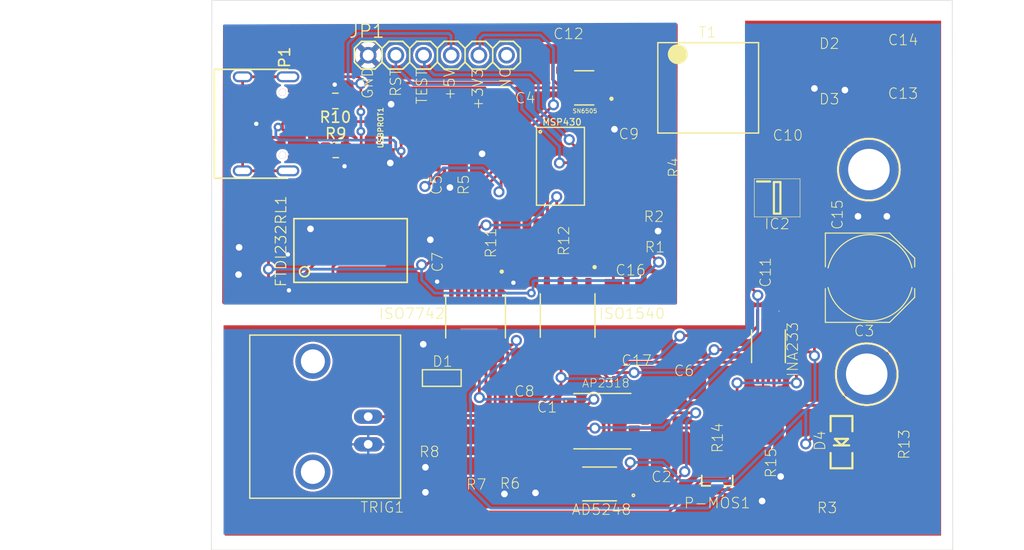
<source format=kicad_pcb>
(kicad_pcb (version 20221018) (generator pcbnew)
  (layers (0 "F.Cu" signal "Top") (31 "B.Cu" signal "Bottom") (34 "B.Paste" user) (35 "F.Paste" user) (36 "B.SilkS" user "B.Silkscreen") (37 "F.SilkS" user "F.Silkscreen") (38 "B.Mask" user) (39 "F.Mask" user) (44 "Edge.Cuts" user))
  (net 0 "")
  (net 1 "GND")
  (net 2 "GND1")
  (net 3 "NC")
  (net 4 "Net-(C16-Pad1)")
  (net 5 "Net-(ISO1540-Pad2)")
  (net 6 "Net-(ISO1540-Pad3)")
  (net 7 "Net-(AD5248-Pad9)")
  (net 8 "Net-(C11-Pad2)")
  (net 9 "Net-(AP2318-Pad1)")
  (net 10 "Net-(AP2318-Pad2)")
  (net 11 "Net-(AP2318-Pad3)")
  (net 12 "Net-(AP2318-Pad5)")
  (net 13 "Net-(AD5248-Pad1)")
  (net 14 "Net-(AD5248-Pad6)")
  (net 15 "Net-(AD5248-Pad7)")
  (net 16 "Net-(INA233-Pad3)")
  (net 17 "Net-(AD5248-Pad5)")
  (net 18 "Net-(INA233-Pad8)")
  (net 19 "Net-(C5-Pad2)")
  (net 20 "Net-(C9-Pad2)")
  (net 21 "Net-(MSP430-Pad11)")
  (net 22 "Net-(MSP430-Pad12)")
  (net 23 "Net-(MSP430-Pad10)")
  (net 24 "Net-(ISO7742-Pad5)")
  (net 25 "Net-(MSP430-Pad8)")
  (net 26 "Net-(MSP430-Pad7)")
  (net 27 "Net-(MSP430-Pad6)")
  (net 28 "Net-(MSP430-Pad2)")
  (net 29 "Net-(MSP430-Pad13)")
  (net 30 "Net-(JP1-Pad4)")
  (net 31 "Net-(MSP430-Pad18)")
  (net 32 "Net-(MSP430-Pad19)")
  (net 33 "Net-(ISO7742-Pad4)")
  (net 34 "Net-(JP1-Pad1)")
  (net 35 "Net-(D3-Pad2)")
  (net 36 "Net-(D2-Pad2)")
  (net 37 "Net-(SN6505-Pad1)")
  (net 38 "Net-(SN6505-Pad3)")
  (net 39 "Net-(SN6505-Pad6)")
  (net 40 "Net-(ISO7742-Pad14)")
  (net 41 "Net-(ISO7742-Pad3)")
  (net 42 "Net-(D1-PadC)")
  (net 43 "Net-(ISO7742-Pad11)")
  (net 44 "Net-(ISO7742-Pad6)")
  (net 45 "Net-(R8-Pad1)")
  (net 46 "Net-(D4-PadC)")
  (net 47 "Net-(IC2-Pad4)")
  (net 48 "Net-(FTDI232RL1-Pad14)")
  (net 49 "Net-(FTDI232RL1-Pad13)")
  (net 50 "Net-(FTDI232RL1-Pad12)")
  (net 51 "Net-(FTDI232RL1-Pad11)")
  (net 52 "Net-(FTDI232RL1-Pad10)")
  (net 53 "Net-(FTDI232RL1-Pad9)")
  (net 54 "Net-(FTDI232RL1-Pad6)")
  (net 55 "Net-(FTDI232RL1-Pad5)")
  (net 56 "Net-(FTDI232RL1-Pad3)")
  (net 57 "Net-(FTDI232RL1-Pad2)")
  (net 58 "Net-(FTDI232RL1-Pad1)")
  (net 59 "Net-(FTDI232RL1-Pad19)")
  (net 60 "Net-(FTDI232RL1-Pad22)")
  (net 61 "Net-(FTDI232RL1-Pad23)")
  (net 62 "Net-(FTDI232RL1-Pad27)")
  (net 63 "Net-(FTDI232RL1-Pad28)")
  (net 64 "Net-(P-MOS1-Pad3)")
  (net 65 "Net-(USBPROT1-Pad2)")
  (net 66 "/VBUS")
  (net 67 "/D+")
  (net 68 "/D-")
  (net 69 "Net-(P1-PadS1)")
  (net 70 "Net-(P1-PadA5)")
  (net 71 "Net-(P1-PadB5)")
  (footprint "Production_Rev_A:1206" (layer "F.Cu") (at 155.7161 120.4356 -90)
    (fp_text reference "C2")
    (fp_text value "2.2uF")
  )
  (footprint "Production_Rev_A:1206" (layer "F.Cu") (at 151.6011 100.2466)
    (fp_text reference "R2")
    (fp_text value "10K")
  )
  (footprint "Production_Rev_A:1206" (layer "F.Cu") (at 151.7171 102.9466)
    (fp_text reference "R1")
    (fp_text value "10K")
  )
  (footprint "Production_Rev_A:1206" (layer "F.Cu") (at 166.1181 118.3696 90)
    (fp_text reference "R15")
    (fp_text value "0.1")
  )
  (footprint "Production_Rev_A:SSOP28DB" (layer "F.Cu") (at 127.2561 102.7396)
    (fp_text reference "FTDI232RL1")
    (fp_text value "FT232RL")
  )
  (footprint "Production_Rev_A:SOIC-8" (layer "F.Cu") (at 150.2841 118.4196 -90)
    (fp_text reference "AP2318")
    (fp_text value "AP2318")
  )
  (footprint "Production_Rev_A:VSSOP-10" (layer "F.Cu") (at 165.6081 111.5376 180)
    (fp_text reference "INA233")
    (fp_text value "INA233")
  )
  (footprint "Production_Rev_A:MSOP-10" (layer "F.Cu") (at 150.1101 124.1836 90)
    (fp_text reference "AD5248")
    (fp_text value "100K")
  )
  (footprint "Production_Rev_A:1206" (layer "F.Cu") (at 145.2961 120.3556 90)
    (fp_text reference "C1")
    (fp_text value "1uF")
  )
  (footprint "Production_Rev_A:PANASONIC_F" (layer "F.Cu") (at 174.9301 105.2396)
    (fp_text reference "C3")
    (fp_text value "1000uF")
  )
  (footprint "Production_Rev_A:1206" (layer "F.Cu") (at 134.6141 93.2696 -90)
    (fp_text reference "C5")
    (fp_text value ".1uF")
  )
  (footprint "Production_Rev_A:1206" (layer "F.Cu") (at 155.1841 95.2736 90)
    (fp_text reference "R4")
    (fp_text value "47K")
  )
  (footprint "Production_Rev_A:1206" (layer "F.Cu") (at 152.3841 95.2476 90)
    (fp_text reference "C9")
    (fp_text value "1nF")
  )
  (footprint "Production_Rev_A:1206" (layer "F.Cu") (at 137.1161 93.3696 90)
    (fp_text reference "R5")
    (fp_text value "47K")
  )
  (footprint "Production_Rev_A:PW20" (layer "F.Cu") (at 146.5181 95.0036 -90)
    (fp_text reference "MSP430")
    (fp_text value "MSP430")
  )
  (footprint "Production_Rev_A:1206" (layer "F.Cu") (at 144.9441 102.0036 -90)
    (fp_text reference "R12")
    (fp_text value "220")
  )
  (footprint "Production_Rev_A:1206" (layer "F.Cu") (at 167.4441 103.6936 90)
    (fp_text reference "C11")
    (fp_text value "0.1uF")
  )
  (footprint "Production_Rev_A:1X06" (layer "F.Cu") (at 135.2241 84.8016 180)
    (fp_text reference "JP1")
    (fp_text value "PINHD-1X6")
  )
  (footprint "Production_Rev_A:TOR-6P-HT4_SMT_6PIN_(1201)" (layer "F.Cu") (at 160.0781 87.7976)
    (fp_text reference "T1")
    (fp_text value "750315371")
  )
  (footprint "Production_Rev_A:SOIC127P600X175-8N" (layer "F.Cu") (at 147.1781 108.7116 -90)
    (fp_text reference "ISO1540")
    (fp_text value "ISO1540")
  )
  (footprint "Production_Rev_A:1206" (layer "F.Cu") (at 147.2001 84.6876)
    (fp_text reference "C12")
    (fp_text value "10uF")
  )
  (footprint "Production_Rev_A:SOD3716X117(SOD-123)" (layer "F.Cu") (at 171.0421 85.1576 180)
    (fp_text reference "D2")
    (fp_text value "MBR0520LT1G")
  )
  (footprint "Production_Rev_A:SOD3716X117(SOD-123)" (layer "F.Cu") (at 171.1921 90.2876 180)
    (fp_text reference "D3")
    (fp_text value "MBR0520LT1G")
  )
  (footprint "Production_Rev_A:1206" (layer "F.Cu") (at 177.9381 90.2876)
    (fp_text reference "C13")
    (fp_text value "10uF")
  )
  (footprint "Production_Rev_A:1206" (layer "F.Cu") (at 178.0381 85.3616)
    (fp_text reference "C14")
    (fp_text value "0.1uF")
  )
  (footprint "Production_Rev_A:1206" (layer "F.Cu") (at 141.7941 121.1176 -90)
    (fp_text reference "R6")
    (fp_text value "10K")
  )
  (footprint "Production_Rev_A:1206" (layer "F.Cu") (at 138.6941 121.1336 -90)
    (fp_text reference "R7")
    (fp_text value "10K")
  )
  (footprint "Production_Rev_A:1206" (layer "F.Cu") (at 141.0021 90.3956 -90)
    (fp_text reference "C4")
    (fp_text value "1uF")
  )
  (footprint "Production_Rev_A:1206" (layer "F.Cu") (at 162.8141 118.4396 -90)
    (fp_text reference "R14")
    (fp_text value "100")
  )
  (footprint "Production_Rev_A:SOT23-3" (layer "F.Cu") (at 160.9061 123.6996 180)
    (fp_text reference "P-MOS1")
    (fp_text value "P-MOSFET")
  )
  (footprint "Production_Rev_A:1206" (layer "F.Cu") (at 141.9441 102.0056 -90)
    (fp_text reference "R11")
    (fp_text value "220")
  )
  (footprint "Production_Rev_A:SOP63P599X175-16N" (layer "F.Cu") (at 138.7281 108.7796 -90)
    (fp_text reference "ISO7742")
    (fp_text value "ISO7742DBQ")
  )
  (footprint "Production_Rev_A:SOT50P160X60-5N" (layer "F.Cu") (at 131.4 91.6 -90)
    (fp_text reference "USBPROT1")
    (fp_text value "TPD2E2U06DRLR")
  )
  (footprint "Production_Rev_A:1206" (layer "F.Cu") (at 134.4801 118.1916 90)
    (fp_text reference "R8")
    (fp_text value "100")
  )
  (footprint "Production_Rev_A:1206" (layer "F.Cu") (at 157.6841 115.4896 180)
    (fp_text reference "C6")
    (fp_text value "2.2uF")
  )
  (footprint "Production_Rev_A:1206" (layer "F.Cu") (at 136.8741 102.1736 -90)
    (fp_text reference "C7")
    (fp_text value "0.1uF")
  )
  (footprint "Production_Rev_A:1206" (layer "F.Cu") (at 143.0821 114.0896)
    (fp_text reference "C8")
    (fp_text value "0.1uF")
  )
  (footprint "Production_Rev_A:LED-1206" (layer "F.Cu") (at 172.3121 120.3436 -90)
    (fp_text reference "D4")
    (fp_text value "BLUE")
  )
  (footprint "Production_Rev_A:1206" (layer "F.Cu") (at 170.8621 124.6916)
    (fp_text reference "R3")
    (fp_text value "470")
  )
  (footprint "Production_Rev_A:1206" (layer "F.Cu") (at 167.1041 94.0176)
    (fp_text reference "C10")
    (fp_text value "1uF")
  )
  (footprint "Production_Rev_A:1206" (layer "F.Cu") (at 170.2501 98.2216 -90)
    (fp_text reference "C15")
    (fp_text value "2.2uF")
  )
  (footprint "Production_Rev_A:SOT95P280X130-5N" (layer "F.Cu") (at 166.4081 97.9016)
    (fp_text reference "IC2")
    (fp_text value "MIC5225-5.0YM5-TR" hide)
  )
  (footprint "Production_Rev_A:1206" (layer "F.Cu") (at 152.7761 106.2536)
    (fp_text reference "C16")
    (fp_text value "0.1uF")
  )
  (footprint "Production_Rev_A:1206" (layer "F.Cu") (at 153.3761 111.2036)
    (fp_text reference "C17")
    (fp_text value "0.1uF")
  )
  (footprint "Production_Rev_A:BNC" (layer "F.Cu") (at 128.8761 118.0036 90)
    (fp_text reference "TRIG1")
    (fp_text value "BNCPTH")
  )
  (footprint "Production_Rev_A:BANANA_CONN" (layer "F.Cu") (at 174.6261 114.1036)
    (fp_text reference "J1" hide)
    (fp_text value "BANANA_CONN" hide)
  )
  (footprint "Production_Rev_A:BANANA_CONN" (layer "F.Cu") (at 174.8261 95.3036)
    (fp_text reference "J3" hide)
    (fp_text value "BANANA_CONN" hide)
  )
  (footprint "Production_Rev_A:SOD-123" (layer "F.Cu") (at 135.6261 114.4536 180)
    (fp_text reference "D1")
    (fp_text value "DIODESOD-123")
  )
  (footprint "Production_Rev_A:1206" (layer "F.Cu") (at 176.2261 120.5036 -90)
    (fp_text reference "R13")
    (fp_text value "100k")
  )
  (footprint "Resistor_SMD:R_0805_2012Metric" (layer "F.Cu") (at 125.9 93.5)
    (fp_text reference "R9")
    (fp_text value "5.1K")
  )
  (footprint "Production_Rev_A:C393939" (layer "F.Cu") (at 121.5 91.1 -90)
    (fp_text reference "P1")
    (fp_text value "USB_C_Plug")
  )
  (footprint "Resistor_SMD:R_0805_2012Metric" (layer "F.Cu") (at 125.8625 89 180)
    (fp_text reference "R10")
    (fp_text value "5.1K")
  )
  (footprint "Production_Rev_A:SOT95P280X145-6N" (layer "F.Cu") (at 148.7 87.8 180)
    (fp_text reference "SN6505")
    (fp_text value "SN6505")
  )
  (gr_line (start 114.4761 130.2536) (end 182.5261 130.2536) (stroke (width 0.05)) (layer "Edge.Cuts"))
  (gr_line (start 182.5261 130.2536) (end 182.4761 79.7536) (stroke (width 0.05)) (layer "Edge.Cuts"))
  (gr_line (start 182.4761 79.7536) (end 114.5261 79.7536) (stroke (width 0.05)) (layer "Edge.Cuts"))
  (gr_line (start 114.5261 79.7536) (end 114.4761 130.2536) (stroke (width 0.05)) (layer "Edge.Cuts"))
  (gr_text "GND" (at 129.3821 88.8736 90) (layer "F.SilkS") (effects (font (size 0.9652 0.9652) (thickness 0.08128)) (justify left bottom)))
  (gr_text "RST" (at 131.9721 88.6736 90) (layer "F.SilkS") (effects (font (size 0.9652 0.9652) (thickness 0.08128)) (justify left bottom)))
  (gr_text "+5V" (at 136.9 89 90) (layer "F.SilkS") (effects (font (size 0.9652 0.9652) (thickness 0.08128)) (justify left bottom)))
  (gr_text "NC" (at 142.0321 87.9736 90) (layer "F.SilkS") (effects (font (size 0.9652 0.9652) (thickness 0.08128)) (justify left bottom)))
  (gr_text "TEST" (at 134.3661 89.3776 90) (layer "F.SilkS") (effects (font (size 0.9652 0.9652) (thickness 0.08128)) (justify left bottom)))
  (gr_text "+3V3" (at 139.4921 89.9 90) (layer "F.SilkS") (effects (font (size 0.9652 0.9652) (thickness 0.08128)) (justify left bottom)))
  (segment (start 119.95 89.35) (end 119.7 89.6) (width 0.25) (layer "F.Cu") (net 0))
  (segment (start 119.7 89.6) (end 119.7 92.1) (width 0.25) (layer "F.Cu") (net 0))
  (segment (start 120.35 92.35) (end 120.95 92.35) (width 0.25) (layer "F.Cu") (net 0))
  (segment (start 120.95 92.35) (end 122.325 92.35) (width 0.25) (layer "F.Cu") (net 0))
  (segment (start 119.95 92.35) (end 120.35 92.35) (width 0.25) (layer "F.Cu") (net 0))
  (segment (start 119.7 92.1) (end 119.95 92.35) (width 0.25) (layer "F.Cu") (net 0))
  (segment (start 120.05 92.35) (end 120.35 92.35) (width 0.25) (layer "F.Cu") (net 0))
  (segment (start 122.325 89.35) (end 119.95 89.35) (width 0.25) (layer "F.Cu") (net 0))
  (segment (start 122.325 92.35) (end 121.264998 92.35) (width 0.25) (layer "F.Cu") (net 0))
  (segment (start 135.2 105.6) (end 135.2 105.6) (width 0.25) (layer "F.Cu") (net 1))
  (segment (start 142.2 105.7) (end 142.2 105.7) (width 0.25) (layer "F.Cu") (net 1))
  (segment (start 123.2 94.6) (end 123.2 95.4) (width 0.25) (layer "F.Cu") (net 1))
  (segment (start 142.2 104.8) (end 142.2 105.7) (width 0.25) (layer "F.Cu") (net 1))
  (segment (start 140.5 104.7) (end 142.1 104.7) (width 0.25) (layer "F.Cu") (net 1))
  (segment (start 122.9 94.3) (end 123.2 94.6) (width 0.25) (layer "F.Cu") (net 1))
  (segment (start 124.3311 99.9986) (end 123.5761 100.7536) (width 0.25) (layer "F.Cu") (net 1))
  (segment (start 136.5056 106.1496) (end 135.7496 106.1496) (width 0.25) (layer "F.Cu") (net 1))
  (segment (start 122.325 94.3) (end 122.9 94.3) (width 0.25) (layer "F.Cu") (net 1))
  (segment (start 122.7 87.9) (end 123.2 87.4) (width 0.25) (layer "F.Cu") (net 1))
  (segment (start 142.1 104.7) (end 142.2 104.8) (width 0.25) (layer "F.Cu") (net 1))
  (segment (start 123.2 87.4) (end 123.2 86.6) (width 0.25) (layer "F.Cu") (net 1))
  (segment (start 140.3156 106.1496) (end 140.3156 104.8844) (width 0.25) (layer "F.Cu") (net 1))
  (segment (start 124.3311 99.0836) (end 124.3311 99.9986) (width 0.25) (layer "F.Cu") (net 1))
  (segment (start 140.3156 104.8844) (end 140.5 104.7) (width 0.25) (layer "F.Cu") (net 1))
  (segment (start 135.7496 106.1496) (end 135.2 105.6) (width 0.25) (layer "F.Cu") (net 1))
  (segment (start 122.325 87.9) (end 122.7 87.9) (width 0.25) (layer "F.Cu") (net 1))
  (segment (start 124.9811 99.0836) (end 124.3311 99.0836) (width 0.25) (layer "F.Cu") (net 1))
  (segment (start 126.474999 92.874999) (end 126.6 93) (width 0.25) (layer "F.Cu") (net 1))
  (via (at 130.9 94.7) (size 1.016) (drill 0.6096) (layers "F.Cu" "B.Cu") (net 1))
  (via (at 130.9761 89.3036) (size 1.016) (drill 0.6096) (layers "F.Cu" "B.Cu") (net 1))
  (via (at 151.4761 91.6036) (size 1.016) (drill 0.6096) (layers "F.Cu" "B.Cu") (net 1))
  (via (at 123.5761 100.7536) (size 1.016) (drill 0.6096) (layers "F.Cu" "B.Cu") (net 1))
  (via (at 134.5761 101.7536) (size 1.016) (drill 0.6096) (layers "F.Cu" "B.Cu") (net 1))
  (via (at 139.3261 93.8536) (size 1.016) (drill 0.6096) (layers "F.Cu" "B.Cu") (net 1))
  (via (at 136.3761 96.9536) (size 1.016) (drill 0.6096) (layers "F.Cu" "B.Cu") (net 1))
  (via (at 155.4761 100.9536) (size 1.016) (drill 0.6096) (layers "F.Cu" "B.Cu") (net 1))
  (via (at 117.0261 102.4536) (size 1.016) (drill 0.6096) (layers "F.Cu" "B.Cu") (net 1))
  (via (at 116.9761 104.9536) (size 1.016) (drill 0.6096) (layers "F.Cu" "B.Cu") (net 1))
  (via (at 125.8 87.5) (size 0.8) (drill 0.4) (layers "F.Cu" "B.Cu") (net 1))
  (via (at 118.6 91.1) (size 0.8) (drill 0.4) (layers "F.Cu" "B.Cu") (net 1))
  (via (at 126.7 95) (size 0.8) (drill 0.4) (layers "F.Cu" "B.Cu") (net 1))
  (via (at 121.6 106.4) (size 0.8) (drill 0.4) (layers "F.Cu" "B.Cu") (net 1))
  (via (at 121.5 103.1) (size 0.8) (drill 0.4) (layers "F.Cu" "B.Cu") (net 1))
  (via (at 142.2 105.7) (size 0.8) (drill 0.4) (layers "F.Cu" "B.Cu") (net 1))
  (via (at 135.2 105.6) (size 0.8) (drill 0.4) (layers "F.Cu" "B.Cu") (net 1))
  (segment (start 123.5761 100.7536) (end 123.6136 100.7536) (width 0.25) (layer "B.Cu") (net 1))
  (via (at 133.9261 111.3536) (size 1.016) (drill 0.6096) (layers "F.Cu" "B.Cu") (net 2))
  (via (at 141.3761 125.1036) (size 1.016) (drill 0.6096) (layers "F.Cu" "B.Cu") (net 2))
  (via (at 144.2261 125.0036) (size 1.016) (drill 0.6096) (layers "F.Cu" "B.Cu") (net 2))
  (via (at 169.8261 87.8536) (size 1.016) (drill 0.6096) (layers "F.Cu" "B.Cu") (net 2))
  (via (at 172.6261 88.0036) (size 1.016) (drill 0.6096) (layers "F.Cu" "B.Cu") (net 2))
  (via (at 134.1261 122.6536) (size 1.016) (drill 0.6096) (layers "F.Cu" "B.Cu") (net 2))
  (via (at 134.1261 124.9536) (size 1.016) (drill 0.6096) (layers "F.Cu" "B.Cu") (net 2))
  (via (at 165.0261 125.7536) (size 1.016) (drill 0.6096) (layers "F.Cu" "B.Cu") (net 2))
  (via (at 166.7261 123.5036) (size 1.016) (drill 0.6096) (layers "F.Cu" "B.Cu") (net 2))
  (via (at 176.4761 99.6036) (size 1.016) (drill 0.6096) (layers "F.Cu" "B.Cu") (net 2))
  (via (at 173.8261 99.6036) (size 1.016) (drill 0.6096) (layers "F.Cu" "B.Cu") (net 2))
  (segment (start 140.9761 106.1751) (end 140.9506 106.1496) (width 0.254) (layer "F.Cu") (net 4))
  (segment (start 149.0831 106.2366) (end 149.0831 107.3466) (width 0.254) (layer "F.Cu") (net 4))
  (segment (start 143.618 92.0787) (end 143.618 91.6117) (width 0.254) (layer "F.Cu") (net 4))
  (segment (start 143.618 91.6117) (end 145.8761 89.3536) (width 0.254) (layer "F.Cu") (net 4))
  (segment (start 137.1161 91.9696) (end 137.1161 90.4936) (width 0.254) (layer "F.Cu") (net 4))
  (segment (start 137.1161 90.4936) (end 136.2261 89.6036) (width 0.254) (layer "F.Cu") (net 4))
  (segment (start 136.2261 89.6036) (end 134.1761 89.6036) (width 0.254) (layer "F.Cu") (net 4))
  (segment (start 134.1761 89.6036) (end 132.7761 91.0036) (width 0.254) (layer "F.Cu") (net 4))
  (segment (start 120.9761 102.1536) (end 129.3261 102.1536) (width 0.254) (layer "F.Cu") (net 4))
  (segment (start 120.9761 102.1536) (end 119.7261 103.4036) (width 0.254) (layer "F.Cu") (net 4))
  (segment (start 151.3591 106.2366) (end 151.3761 106.2536) (width 0.254) (layer "F.Cu") (net 4))
  (segment (start 151.3761 106.2536) (end 151.3761 105.9036) (width 0.254) (layer "F.Cu") (net 4))
  (segment (start 153.0011 100.2466) (end 155.1841 98.0636) (width 0.254) (layer "F.Cu") (net 4))
  (segment (start 155.1841 98.0636) (end 155.1841 96.6736) (width 0.254) (layer "F.Cu") (net 4))
  (segment (start 137.1161 91.9696) (end 140.8281 91.9696) (width 0.254) (layer "F.Cu") (net 4))
  (segment (start 140.8281 91.9696) (end 141.0021 91.7956) (width 0.254) (layer "F.Cu") (net 4))
  (segment (start 141.0021 91.7956) (end 142.3181 91.7956) (width 0.254) (layer "F.Cu") (net 4))
  (segment (start 142.6012 92.0787) (end 143.618 92.0787) (width 0.254) (layer "F.Cu") (net 4))
  (segment (start 142.3181 91.7956) (end 142.6012 92.0787) (width 0.254) (layer "F.Cu") (net 4))
  (segment (start 134.2261 104.0536) (end 134.7061 103.5736) (width 0.254) (layer "F.Cu") (net 4))
  (segment (start 155.5261 103.8036) (end 154.6691 102.9466) (width 0.254) (layer "F.Cu") (net 4))
  (segment (start 154.6691 102.9466) (end 153.1171 102.9466) (width 0.254) (layer "F.Cu") (net 4))
  (segment (start 153.1171 102.9466) (end 153.1171 100.3626) (width 0.254) (layer "F.Cu") (net 4))
  (segment (start 153.1171 100.3626) (end 153.0011 100.2466) (width 0.254) (layer "F.Cu") (net 4))
  (segment (start 153.1171 102.9466) (end 151.3761 104.6876) (width 0.254) (layer "F.Cu") (net 4))
  (segment (start 151.3761 104.6876) (end 151.3761 106.2536) (width 0.254) (layer "F.Cu") (net 4))
  (segment (start 149.0831 106.2366) (end 151.3591 106.2366) (width 0.254) (layer "F.Cu") (net 4))
  (segment (start 134.2261 104.0536) (end 133.7761 104.0536) (width 0.254) (layer "F.Cu") (net 4))
  (segment (start 133.7011 103.9786) (end 133.7761 104.0536) (width 0.254) (layer "F.Cu") (net 4))
  (segment (start 134.7061 103.5736) (end 136.8741 103.5736) (width 0.254) (layer "F.Cu") (net 4))
  (segment (start 119.7261 103.4036) (end 119.7261 104.4536) (width 0.254) (layer "F.Cu") (net 4))
  (segment (start 137.1406 106.1496) (end 137.1406 103.8401) (width 0.254) (layer "F.Cu") (net 4))
  (segment (start 137.1406 103.8401) (end 136.8741 103.5736) (width 0.254) (layer "F.Cu") (net 4))
  (segment (start 132.7761 99.6036) (end 131.6761 100.7036) (width 0.254) (layer "F.Cu") (net 4))
  (segment (start 130.7761 100.7036) (end 130.3761 100.7036) (width 0.254) (layer "F.Cu") (net 4))
  (segment (start 130.3761 100.7036) (end 130.1761 100.5036) (width 0.254) (layer "F.Cu") (net 4))
  (segment (start 130.1761 100.5036) (end 130.1761 99.0886) (width 0.254) (layer "F.Cu") (net 4))
  (segment (start 130.1761 99.0886) (end 130.1811 99.0836) (width 0.254) (layer "F.Cu") (net 4))
  (segment (start 132.7761 91.0036) (end 132.7761 99.6036) (width 0.254) (layer "F.Cu") (net 4))
  (segment (start 129.3261 102.1536) (end 130.7761 100.7036) (width 0.254) (layer "F.Cu") (net 4))
  (segment (start 130.7761 100.7036) (end 131.6761 100.7036) (width 0.254) (layer "F.Cu") (net 4))
  (segment (start 124.9811 106.3956) (end 124.9811 107.2486) (width 0.254) (layer "F.Cu") (net 4))
  (segment (start 124.9811 107.2486) (end 124.7261 107.5036) (width 0.254) (layer "F.Cu") (net 4))
  (segment (start 124.7261 107.5036) (end 120.4261 107.5036) (width 0.254) (layer "F.Cu") (net 4))
  (segment (start 120.4261 107.5036) (end 119.7261 106.8036) (width 0.254) (layer "F.Cu") (net 4))
  (segment (start 119.7261 106.8036) (end 119.7261 104.4536) (width 0.254) (layer "F.Cu") (net 4))
  (segment (start 143.85 106.65) (end 141.451 106.65) (width 0.25) (layer "F.Cu") (net 4))
  (segment (start 141.451 106.65) (end 140.9506 106.1496) (width 0.25) (layer "F.Cu") (net 4))
  (via (at 145.8761 89.3536) (size 1.016) (drill 0.6096) (layers "F.Cu" "B.Cu") (net 4))
  (via (at 133.7761 104.0536) (size 1.016) (drill 0.6096) (layers "F.Cu" "B.Cu") (net 4))
  (via (at 155.5261 103.8036) (size 1.016) (drill 0.6096) (layers "F.Cu" "B.Cu") (net 4))
  (via (at 119.7261 104.4536) (size 1.016) (drill 0.6096) (layers "F.Cu" "B.Cu") (net 4))
  (via (at 143.85 106.65) (size 0.8) (drill 0.4) (layers "F.Cu" "B.Cu") (net 4))
  (segment (start 143.85 106.65) (end 144 106.5) (width 0.25) (layer "B.Cu") (net 4))
  (segment (start 145.8761 89.3536) (end 145.8761 84.1536) (width 0.254) (layer "B.Cu") (net 4))
  (segment (start 145.8761 84.1536) (end 144.6761 82.9536) (width 0.254) (layer "B.Cu") (net 4))
  (segment (start 144.6761 82.9536) (end 139.4261 82.9536) (width 0.254) (layer "B.Cu") (net 4))
  (segment (start 139.4261 82.9536) (end 139.1261 83.2536) (width 0.254) (layer "B.Cu") (net 4))
  (segment (start 139.1261 83.2536) (end 139.1261 84.7096) (width 0.254) (layer "B.Cu") (net 4))
  (segment (start 139.1261 84.7096) (end 139.0341 84.8016) (width 0.254) (layer "B.Cu") (net 4))
  (segment (start 134.9761 106.6536) (end 142.0261 106.6536) (width 0.254) (layer "B.Cu") (net 4))
  (segment (start 153.8261 105.5036) (end 155.5261 103.8036) (width 0.254) (layer "B.Cu") (net 4))
  (segment (start 133.6761 103.9536) (end 133.7761 104.0536) (width 0.254) (layer "B.Cu") (net 4))
  (segment (start 133.7761 105.4536) (end 134.9761 106.6536) (width 0.254) (layer "B.Cu") (net 4))
  (segment (start 133.7761 104.0536) (end 133.7761 105.4536) (width 0.254) (layer "B.Cu") (net 4))
  (segment (start 119.7261 104.4536) (end 133.3761 104.4536) (width 0.254) (layer "B.Cu") (net 4))
  (segment (start 133.3761 104.4536) (end 133.7761 104.0536) (width 0.254) (layer "B.Cu") (net 4))
  (segment (start 144 105.6072) (end 144.1036 105.5036) (width 0.25) (layer "B.Cu") (net 4))
  (segment (start 143.8464 106.6536) (end 143.85 106.65) (width 0.25) (layer "B.Cu") (net 4))
  (segment (start 142.0261 106.6536) (end 143.8464 106.6536) (width 0.25) (layer "B.Cu") (net 4))
  (segment (start 144 106.5) (end 144 105.6072) (width 0.25) (layer "B.Cu") (net 4))
  (segment (start 144.1036 105.5036) (end 153.8261 105.5036) (width 0.254) (layer "B.Cu") (net 4))
  (segment (start 147.8131 106.2366) (end 147.8131 103.5666) (width 0.254) (layer "F.Cu") (net 5))
  (segment (start 148.4331 102.9466) (end 150.3171 102.9466) (width 0.254) (layer "F.Cu") (net 5))
  (segment (start 147.8131 103.5666) (end 148.4331 102.9466) (width 0.254) (layer "F.Cu") (net 5))
  (segment (start 150.3171 102.9466) (end 150.6331 102.9466) (width 0.254) (layer "F.Cu") (net 5))
  (segment (start 150.6331 102.9466) (end 151.6761 101.9036) (width 0.254) (layer "F.Cu") (net 5))
  (segment (start 151.6761 101.9036) (end 151.6261 101.8536) (width 0.254) (layer "F.Cu") (net 5))
  (segment (start 151.6261 101.8536) (end 151.6261 98.8536) (width 0.254) (layer "F.Cu") (net 5))
  (segment (start 151.6261 98.8536) (end 150.7761 98.0036) (width 0.254) (layer "F.Cu") (net 5))
  (segment (start 150.4511 95.3286) (end 149.4181 95.3286) (width 0.254) (layer "F.Cu") (net 5))
  (segment (start 150.7761 98.0036) (end 150.7761 95.6536) (width 0.254) (layer "F.Cu") (net 5))
  (segment (start 150.7761 95.6536) (end 150.4511 95.3286) (width 0.254) (layer "F.Cu") (net 5))
  (segment (start 146.5431 106.2366) (end 146.5431 104.1366) (width 0.254) (layer "F.Cu") (net 6))
  (segment (start 147.9261 102.7536) (end 147.9261 100.8036) (width 0.254) (layer "F.Cu") (net 6))
  (segment (start 147.9261 100.8036) (end 148.4761 100.2536) (width 0.254) (layer "F.Cu") (net 6))
  (segment (start 150.1941 100.2536) (end 150.2011 100.2466) (width 0.254) (layer "F.Cu") (net 6))
  (segment (start 146.5431 104.1366) (end 147.9261 102.7536) (width 0.254) (layer "F.Cu") (net 6))
  (segment (start 148.4761 100.2536) (end 150.1941 100.2536) (width 0.254) (layer "F.Cu") (net 6))
  (segment (start 149.4181 95.9786) (end 148.5511 95.9786) (width 0.254) (layer "F.Cu") (net 6))
  (segment (start 148.5511 95.9786) (end 147.9261 96.6036) (width 0.254) (layer "F.Cu") (net 6))
  (segment (start 147.9261 96.6036) (end 147.9261 100.8036) (width 0.254) (layer "F.Cu") (net 6))
  (segment (start 153.2841 119.0696) (end 155.6821 119.0696) (width 0.254) (layer "F.Cu") (net 7))
  (segment (start 155.6821 119.0696) (end 155.7161 119.0356) (width 0.254) (layer "F.Cu") (net 7))
  (segment (start 158.3941 119.0356) (end 159.8441 119.0356) (width 0.254) (layer "F.Cu") (net 7))
  (segment (start 161.4761 116.9536) (end 162.7281 116.9536) (width 0.254) (layer "F.Cu") (net 7))
  (segment (start 162.7281 116.9536) (end 162.8141 117.0396) (width 0.254) (layer "F.Cu") (net 7))
  (segment (start 159.0841 115.4896) (end 160.5481 116.9536) (width 0.254) (layer "F.Cu") (net 7))
  (segment (start 160.6481 116.9536) (end 160.8261 116.9536) (width 0.254) (layer "F.Cu") (net 7))
  (segment (start 162.8141 117.0396) (end 162.7261 116.9516) (width 0.254) (layer "F.Cu") (net 7))
  (segment (start 162.7261 116.9516) (end 162.7261 114.9036) (width 0.254) (layer "F.Cu") (net 7))
  (segment (start 168.1761 114.9036) (end 168.1761 114.2036) (width 0.254) (layer "F.Cu") (net 7))
  (segment (start 168.1761 114.2036) (end 167.7761 113.8036) (width 0.254) (layer "F.Cu") (net 7))
  (segment (start 167.7761 113.8036) (end 166.7961 113.8036) (width 0.254) (layer "F.Cu") (net 7))
  (segment (start 166.7961 113.8036) (end 166.6081 113.9916) (width 0.254) (layer "F.Cu") (net 7))
  (segment (start 153.2841 119.0696) (end 150.3261 122.0276) (width 0.254) (layer "F.Cu") (net 7))
  (segment (start 150.3261 122.0276) (end 150.3261 124.4036) (width 0.254) (layer "F.Cu") (net 7))
  (segment (start 150.3261 124.4036) (end 150.0461 124.6836) (width 0.254) (layer "F.Cu") (net 7))
  (segment (start 150.0461 124.6836) (end 147.6561 124.6836) (width 0.254) (layer "F.Cu") (net 7))
  (segment (start 160.8261 116.9536) (end 161.4761 116.9536) (width 0.254) (layer "F.Cu") (net 7))
  (segment (start 159.8441 119.0356) (end 160.6481 118.2316) (width 0.254) (layer "F.Cu") (net 7))
  (segment (start 160.6481 118.2316) (end 160.6481 116.9536) (width 0.254) (layer "F.Cu") (net 7))
  (segment (start 158.3941 119.0356) (end 159.9561 120.5976) (width 0.254) (layer "F.Cu") (net 7))
  (segment (start 159.9561 120.5976) (end 159.9561 122.6996) (width 0.254) (layer "F.Cu") (net 7))
  (segment (start 155.7161 119.0356) (end 158.3941 119.0356) (width 0.254) (layer "F.Cu") (net 7))
  (segment (start 160.5481 116.9536) (end 160.6481 116.9536) (width 0.254) (layer "F.Cu") (net 7))
  (via (at 162.7261 114.9036) (size 1.016) (drill 0.6096) (layers "F.Cu" "B.Cu") (net 7))
  (via (at 168.1761 114.9036) (size 1.016) (drill 0.6096) (layers "F.Cu" "B.Cu") (net 7))
  (segment (start 162.7261 114.9036) (end 168.0761 114.9036) (width 0.254) (layer "B.Cu") (net 7))
  (segment (start 168.0761 114.9036) (end 168.1761 114.8036) (width 0.254) (layer "B.Cu") (net 7))
  (segment (start 168.1761 114.8036) (end 168.1761 114.9036) (width 0.254) (layer "B.Cu") (net 7))
  (segment (start 166.1181 116.9696) (end 166.1181 115.1116) (width 0.254) (layer "F.Cu") (net 8))
  (segment (start 166.1181 115.1116) (end 166.1329 115.0968) (width 0.254) (layer "F.Cu") (net 8))
  (segment (start 166.1329 115.0968) (end 166.1329 115.0536) (width 0.254) (layer "F.Cu") (net 8))
  (segment (start 166.1329 115.0536) (end 166.1081 115.0288) (width 0.254) (layer "F.Cu") (net 8))
  (segment (start 166.1081 115.0288) (end 166.1081 113.9916) (width 0.254) (layer "F.Cu") (net 8))
  (segment (start 167.4441 102.2936) (end 176.2661 102.2936) (width 0.254) (layer "F.Cu") (net 8))
  (segment (start 178.4801 104.5076) (end 178.4801 105.2396) (width 0.254) (layer "F.Cu") (net 8))
  (segment (start 176.2661 102.2936) (end 178.4801 104.5076) (width 0.254) (layer "F.Cu") (net 8))
  (segment (start 178.4801 105.2396) (end 178.4801 110.0536) (width 0.254) (layer "F.Cu") (net 8))
  (segment (start 178.4801 110.0536) (end 178.4801 110.2496) (width 0.254) (layer "F.Cu") (net 8))
  (segment (start 178.4801 110.2496) (end 174.6261 114.1036) (width 0.254) (layer "F.Cu") (net 8))
  (segment (start 166.1181 116.9696) (end 171.7601 116.9696) (width 0.254) (layer "F.Cu") (net 8))
  (segment (start 171.7601 116.9696) (end 174.6261 114.1036) (width 0.254) (layer "F.Cu") (net 8))
  (segment (start 176.2261 119.1036) (end 178.4801 116.8496) (width 0.254) (layer "F.Cu") (net 8))
  (segment (start 178.4801 116.8496) (end 178.4801 110.0536) (width 0.254) (layer "F.Cu") (net 8))
  (segment (start 147.2841 117.7696) (end 148.1601 117.7696) (width 0.254) (layer "F.Cu") (net 10))
  (segment (start 148.1601 117.7696) (end 149.5261 116.4036) (width 0.254) (layer "F.Cu") (net 10))
  (segment (start 149.5761 116.4036) (end 149.5261 116.4036) (width 0.254) (layer "F.Cu") (net 10))
  (segment (start 139.0761 116.2536) (end 139.0761 111.4401) (width 0.254) (layer "F.Cu") (net 10))
  (segment (start 139.0761 111.4401) (end 139.0456 111.4096) (width 0.254) (layer "F.Cu") (net 10))
  (via (at 149.5761 116.4036) (size 1.016) (drill 0.6096) (layers "F.Cu" "B.Cu") (net 10))
  (via (at 139.0761 116.2536) (size 1.016) (drill 0.6096) (layers "F.Cu" "B.Cu") (net 10))
  (segment (start 149.5761 116.4036) (end 139.2261 116.4036) (width 0.254) (layer "B.Cu") (net 10))
  (segment (start 139.2261 116.4036) (end 139.0761 116.2536) (width 0.254) (layer "B.Cu") (net 10))
  (segment (start 147.3181 119.1036) (end 147.2841 119.0696) (width 0.254) (layer "F.Cu") (net 11))
  (segment (start 147.2841 120.2696) (end 147.2841 119.1376) (width 0.254) (layer "F.Cu") (net 11))
  (segment (start 147.2841 119.1376) (end 147.3181 119.1036) (width 0.254) (layer "F.Cu") (net 11))
  (segment (start 147.2841 119.0696) (end 145.4101 119.0696) (width 0.254) (layer "F.Cu") (net 11))
  (segment (start 145.4101 119.0696) (end 145.2961 118.9556) (width 0.254) (layer "F.Cu") (net 11))
  (segment (start 172.9421 85.2084) (end 176.4849 85.2084) (width 0.254) (layer "F.Cu") (net 11))
  (segment (start 176.4849 85.2084) (end 176.6381 85.3616) (width 0.254) (layer "F.Cu") (net 11))
  (segment (start 173.0921 90.3384) (end 176.4873 90.3384) (width 0.254) (layer "F.Cu") (net 11))
  (segment (start 176.4873 90.3384) (end 176.5381 90.2876) (width 0.254) (layer "F.Cu") (net 11))
  (segment (start 176.6381 85.3616) (end 176.6381 90.1876) (width 0.254) (layer "F.Cu") (net 11))
  (segment (start 176.6381 90.1876) (end 176.5381 90.2876) (width 0.254) (layer "F.Cu") (net 11))
  (segment (start 165.1931 98.8866) (end 165.1581 98.8516) (width 0.254) (layer "F.Cu") (net 11))
  (segment (start 164.6261 106.7536) (end 164.1761 106.3036) (width 0.254) (layer "F.Cu") (net 11))
  (segment (start 165.7041 94.0176) (end 165.7261 93.9956) (width 0.254) (layer "F.Cu") (net 11))
  (segment (start 165.7261 93.9956) (end 165.7261 92.7036) (width 0.254) (layer "F.Cu") (net 11))
  (segment (start 165.7261 92.7036) (end 166.4261 92.0036) (width 0.254) (layer "F.Cu") (net 11))
  (segment (start 172.5261 92.0036) (end 173.2761 91.2536) (width 0.254) (layer "F.Cu") (net 11))
  (segment (start 173.2761 91.2536) (end 173.0921 91.0696) (width 0.254) (layer "F.Cu") (net 11))
  (segment (start 173.0921 91.0696) (end 173.0921 90.3384) (width 0.254) (layer "F.Cu") (net 11))
  (segment (start 166.4261 92.0036) (end 172.5261 92.0036) (width 0.254) (layer "F.Cu") (net 11))
  (segment (start 147.2841 119.0696) (end 149.6601 119.0696) (width 0.254) (layer "F.Cu") (net 11))
  (segment (start 149.6601 119.0696) (end 149.6761 119.0536) (width 0.254) (layer "F.Cu") (net 11))
  (segment (start 164.6261 106.8536) (end 164.6261 106.7536) (width 0.254) (layer "F.Cu") (net 11))
  (segment (start 165.1581 96.9516) (end 165.1581 96.2216) (width 0.254) (layer "F.Cu") (net 11))
  (segment (start 165.7041 95.6756) (end 165.7041 94.0176) (width 0.254) (layer "F.Cu") (net 11))
  (segment (start 165.1581 96.2216) (end 165.7041 95.6756) (width 0.254) (layer "F.Cu") (net 11))
  (segment (start 164.1761 99.9036) (end 165.1931 98.8866) (width 0.254) (layer "F.Cu") (net 11))
  (segment (start 164.1761 106.3036) (end 164.1761 99.9036) (width 0.254) (layer "F.Cu") (net 11))
  (segment (start 164.1761 99.9036) (end 164.1761 97.2036) (width 0.254) (layer "F.Cu") (net 11))
  (segment (start 164.4281 96.9516) (end 165.1581 96.9516) (width 0.254) (layer "F.Cu") (net 11))
  (segment (start 164.1761 97.2036) (end 164.4281 96.9516) (width 0.254) (layer "F.Cu") (net 11))
  (via (at 164.6261 106.8536) (size 1.016) (drill 0.6096) (layers "F.Cu" "B.Cu") (net 11))
  (via (at 149.6761 119.0536) (size 1.016) (drill 0.6096) (layers "F.Cu" "B.Cu") (net 11))
  (segment (start 164.6261 106.8536) (end 164.6261 110.3036) (width 0.254) (layer "B.Cu") (net 11))
  (segment (start 164.6261 110.3036) (end 155.9261 119.0036) (width 0.254) (layer "B.Cu") (net 11))
  (segment (start 155.9261 119.0036) (end 149.6761 119.0036) (width 0.254) (layer "B.Cu") (net 11))
  (segment (start 149.6761 119.0036) (end 149.6261 119.0536) (width 0.254) (layer "B.Cu") (net 11))
  (segment (start 149.6261 119.0536) (end 149.6761 119.0536) (width 0.254) (layer "B.Cu") (net 11))
  (segment (start 152.4371 125.1836) (end 153.7461 125.1836) (width 0.254) (layer "F.Cu") (net 13))
  (segment (start 154.2761 124.6536) (end 153.7461 125.1836) (width 0.254) (layer "F.Cu") (net 13))
  (segment (start 152.4371 124.1836) (end 153.8061 124.1836) (width 0.254) (layer "F.Cu") (net 13))
  (segment (start 153.8061 124.1836) (end 154.2761 124.6536) (width 0.254) (layer "F.Cu") (net 13))
  (segment (start 153.2841 117.7696) (end 153.4001 117.6536) (width 0.254) (layer "F.Cu") (net 13))
  (segment (start 157.9261 123.0536) (end 156.3261 124.6536) (width 0.254) (layer "F.Cu") (net 13))
  (segment (start 156.3261 124.6536) (end 154.2761 124.6536) (width 0.254) (layer "F.Cu") (net 13))
  (segment (start 153.4001 117.6536) (end 158.9261 117.6536) (width 0.254) (layer "F.Cu") (net 13))
  (via (at 158.9261 117.6536) (size 1.016) (drill 0.6096) (layers "F.Cu" "B.Cu") (net 13))
  (via (at 157.9261 123.0536) (size 1.016) (drill 0.6096) (layers "F.Cu" "B.Cu") (net 13))
  (segment (start 158.9261 117.6536) (end 158.0761 118.5036) (width 0.254) (layer "B.Cu") (net 13))
  (segment (start 158.0761 118.5036) (end 158.0761 122.9536) (width 0.254) (layer "B.Cu") (net 13))
  (segment (start 158.0761 122.9536) (end 157.9761 123.0536) (width 0.254) (layer "B.Cu") (net 13))
  (segment (start 157.9761 123.0536) (end 157.9261 123.0536) (width 0.254) (layer "B.Cu") (net 13))
  (segment (start 164.6081 109.6836) (end 163.7381 110.5536) (width 0.254) (layer "F.Cu") (net 14))
  (segment (start 163.7381 110.5536) (end 157.5261 110.5536) (width 0.254) (layer "F.Cu") (net 14))
  (segment (start 157.4761 110.6036) (end 157.4261 110.6036) (width 0.254) (layer "F.Cu") (net 14))
  (segment (start 157.4261 110.6036) (end 157.4761 110.6036) (width 0.254) (layer "F.Cu") (net 14))
  (segment (start 146.5761 114.4036) (end 146.5761 111.2196) (width 0.254) (layer "F.Cu") (net 14))
  (segment (start 146.5761 111.2196) (end 146.5431 111.1866) (width 0.254) (layer "F.Cu") (net 14))
  (segment (start 141.7941 122.5176) (end 142.4601 123.1836) (width 0.254) (layer "F.Cu") (net 14))
  (segment (start 142.4601 123.1836) (end 147.6561 123.1836) (width 0.254) (layer "F.Cu") (net 14))
  (segment (start 141.7941 122.5176) (end 143.6261 120.6856) (width 0.254) (layer "F.Cu") (net 14))
  (segment (start 143.6261 120.6856) (end 143.6261 118.0036) (width 0.254) (layer "F.Cu") (net 14))
  (segment (start 146.5761 115.0536) (end 146.5761 114.4036) (width 0.254) (layer "F.Cu") (net 14))
  (segment (start 143.6261 118.0036) (end 146.5761 115.0536) (width 0.254) (layer "F.Cu") (net 14))
  (segment (start 164.6081 109.0836) (end 164.6081 109.6836) (width 0.254) (layer "F.Cu") (net 14))
  (segment (start 157.5261 110.5536) (end 157.4761 110.6036) (width 0.254) (layer "F.Cu") (net 14))
  (via (at 157.4761 110.6036) (size 1.016) (drill 0.6096) (layers "F.Cu" "B.Cu") (net 14))
  (via (at 146.5761 114.4036) (size 1.016) (drill 0.6096) (layers "F.Cu" "B.Cu") (net 14))
  (segment (start 151.5407 114.5036) (end 146.5261 114.5036) (width 0.254) (layer "B.Cu") (net 14))
  (segment (start 152.9289 113.1154) (end 151.5407 114.5036) (width 0.254) (layer "B.Cu") (net 14))
  (segment (start 157.4761 110.6036) (end 154.9643 113.1154) (width 0.254) (layer "B.Cu") (net 14))
  (segment (start 154.9643 113.1154) (end 152.9289 113.1154) (width 0.254) (layer "B.Cu") (net 14))
  (segment (start 146.5261 114.5036) (end 146.5261 114.4536) (width 0.254) (layer "B.Cu") (net 14))
  (segment (start 146.5261 114.4536) (end 146.5761 114.4036) (width 0.254) (layer "B.Cu") (net 14))
  (segment (start 149.9261 113.4876) (end 148.3601 113.4876) (width 0.254) (layer "F.Cu") (net 15))
  (segment (start 148.3601 113.4876) (end 147.8261 112.9536) (width 0.254) (layer "F.Cu") (net 15))
  (segment (start 147.8261 112.9536) (end 147.8261 111.1996) (width 0.254) (layer "F.Cu") (net 15))
  (segment (start 147.8261 111.1996) (end 147.8131 111.1866) (width 0.254) (layer "F.Cu") (net 15))
  (segment (start 150.9761 114.5376) (end 150.3841 113.9456) (width 0.254) (layer "F.Cu") (net 15))
  (segment (start 150.3841 113.9456) (end 149.9261 113.4876) (width 0.254) (layer "F.Cu") (net 15))
  (segment (start 165.1081 109.0836) (end 165.0833 109.1084) (width 0.254) (layer "F.Cu") (net 15))
  (segment (start 165.0833 109.1084) (end 165.0833 110.172875) (width 0.254) (layer "F.Cu") (net 15))
  (segment (start 165.0833 110.172875) (end 163.402575 111.8536) (width 0.254) (layer "F.Cu") (net 15))
  (segment (start 163.402575 111.8536) (end 160.6261 111.8536) (width 0.254) (layer "F.Cu") (net 15))
  (segment (start 160.6261 111.8536) (end 160.6761 111.8036) (width 0.254) (layer "F.Cu") (net 15))
  (segment (start 160.6761 111.8036) (end 160.6261 111.8536) (width 0.254) (layer "F.Cu") (net 15))
  (segment (start 153.2761 113.9536) (end 150.3921 113.9536) (width 0.254) (layer "F.Cu") (net 15))
  (segment (start 150.3921 113.9536) (end 150.3841 113.9456) (width 0.254) (layer "F.Cu") (net 15))
  (segment (start 138.6941 122.5336) (end 139.8441 123.6836) (width 0.254) (layer "F.Cu") (net 15))
  (segment (start 139.8441 123.6836) (end 147.6561 123.6836) (width 0.254) (layer "F.Cu") (net 15))
  (segment (start 150.9761 120.3636) (end 150.9761 114.5376) (width 0.254) (layer "F.Cu") (net 15))
  (segment (start 147.6561 123.6836) (end 147.6809 123.6588) (width 0.254) (layer "F.Cu") (net 15))
  (segment (start 147.6809 123.6588) (end 148.745375 123.6588) (width 0.254) (layer "F.Cu") (net 15))
  (segment (start 148.745375 123.6588) (end 148.9388 123.465375) (width 0.254) (layer "F.Cu") (net 15))
  (segment (start 148.9388 122.4009) (end 150.9761 120.3636) (width 0.254) (layer "F.Cu") (net 15))
  (segment (start 148.9388 123.465375) (end 148.9388 122.4009) (width 0.254) (layer "F.Cu") (net 15))
  (via (at 160.6261 111.8536) (size 1.016) (drill 0.6096) (layers "F.Cu" "B.Cu") (net 15))
  (via (at 153.2761 113.9536) (size 1.016) (drill 0.6096) (layers "F.Cu" "B.Cu") (net 15))
  (segment (start 160.6261 111.8536) (end 158.5261 113.9536) (width 0.254) (layer "B.Cu") (net 15))
  (segment (start 158.5261 113.9536) (end 153.2761 113.9536) (width 0.254) (layer "B.Cu") (net 15))
  (segment (start 140.8508 110.47785) (end 140.62735 110.2544) (width 0.254) (layer "F.Cu") (net 17))
  (segment (start 137.46385 110.2544) (end 137.2404 110.47785) (width 0.254) (layer "F.Cu") (net 17))
  (segment (start 140.9506 111.4096) (end 140.8508 111.3098) (width 0.254) (layer "F.Cu") (net 17))
  (segment (start 140.8508 111.3098) (end 140.8508 110.47785) (width 0.254) (layer "F.Cu") (net 17))
  (segment (start 137.2404 110.47785) (end 137.2404 110.7393) (width 0.254) (layer "F.Cu") (net 17))
  (segment (start 137.2404 110.7393) (end 137.0761 110.9036) (width 0.254) (layer "F.Cu") (net 17))
  (segment (start 140.62735 110.2544) (end 137.46385 110.2544) (width 0.254) (layer "F.Cu") (net 17))
  (segment (start 137.0761 110.9036) (end 137.1406 110.9681) (width 0.254) (layer "F.Cu") (net 17))
  (segment (start 137.1406 110.9681) (end 137.1406 111.4096) (width 0.254) (layer "F.Cu") (net 17))
  (segment (start 140.9506 111.4096) (end 141.6821 112.1411) (width 0.254) (layer "F.Cu") (net 17))
  (segment (start 141.6821 112.1411) (end 141.6821 113.9036) (width 0.254) (layer "F.Cu") (net 17))
  (segment (start 141.6821 113.9036) (end 141.6821 114.0896) (width 0.254) (layer "F.Cu") (net 17))
  (segment (start 164.6081 113.9916) (end 163.6201 113.0036) (width 0.254) (layer "F.Cu") (net 17))
  (segment (start 163.6201 113.0036) (end 163.4761 113.0036) (width 0.254) (layer "F.Cu") (net 17))
  (segment (start 163.4761 113.0036) (end 152.2261 113.0036) (width 0.254) (layer "F.Cu") (net 17))
  (segment (start 152.2261 113.0036) (end 151.9761 112.7536) (width 0.254) (layer "F.Cu") (net 17))
  (segment (start 151.9761 112.7536) (end 151.9761 111.2036) (width 0.254) (layer "F.Cu") (net 17))
  (segment (start 149.0831 111.1866) (end 149.1001 111.2036) (width 0.254) (layer "F.Cu") (net 17))
  (segment (start 149.1001 111.2036) (end 151.9761 111.2036) (width 0.254) (layer "F.Cu") (net 17))
  (segment (start 164.4261 112.0536) (end 163.4761 113.0036) (width 0.254) (layer "F.Cu") (net 17))
  (segment (start 141.7941 119.7176) (end 141.7941 119.6036) (width 0.254) (layer "F.Cu") (net 17))
  (segment (start 141.7941 119.6036) (end 141.7941 114.0156) (width 0.254) (layer "F.Cu") (net 17))
  (segment (start 141.7941 114.0156) (end 141.6821 113.9036) (width 0.254) (layer "F.Cu") (net 17))
  (segment (start 138.6941 119.7336) (end 141.6641 119.7336) (width 0.254) (layer "F.Cu") (net 17))
  (segment (start 141.6641 119.7336) (end 141.7941 119.6036) (width 0.254) (layer "F.Cu") (net 17))
  (segment (start 152.4371 123.1836) (end 152.9261 122.6946) (width 0.254) (layer "F.Cu") (net 17))
  (segment (start 152.9261 122.6946) (end 152.9261 122.2036) (width 0.254) (layer "F.Cu") (net 17))
  (segment (start 169.8261 112.4036) (end 169.4761 112.0536) (width 0.254) (layer "F.Cu") (net 17))
  (segment (start 169.4761 112.0536) (end 168.0261 112.0536) (width 0.254) (layer "F.Cu") (net 17))
  (segment (start 168.0261 112.0536) (end 164.4261 112.0536) (width 0.254) (layer "F.Cu") (net 17))
  (segment (start 140.9506 111.4096) (end 142.0701 111.4096) (width 0.254) (layer "F.Cu") (net 17))
  (segment (start 142.4761 111.0036) (end 142.0701 111.4096) (width 0.254) (layer "F.Cu") (net 17))
  (segment (start 167.6581 96.9516) (end 170.1201 96.9516) (width 0.254) (layer "F.Cu") (net 17))
  (segment (start 170.1201 96.9516) (end 170.2501 96.8216) (width 0.254) (layer "F.Cu") (net 17))
  (segment (start 167.6581 96.9516) (end 166.5761 98.0336) (width 0.254) (layer "F.Cu") (net 17))
  (segment (start 166.5761 98.0336) (end 166.5761 99.9036) (width 0.254) (layer "F.Cu") (net 17))
  (segment (start 168.0261 112.0036) (end 168.0261 112.0536) (width 0.254) (layer "F.Cu") (net 17))
  (segment (start 172.3121 118.8436) (end 170.6861 118.8436) (width 0.254) (layer "F.Cu") (net 17))
  (segment (start 170.6861 118.8436) (end 169.0261 120.5036) (width 0.254) (layer "F.Cu") (net 17))
  (segment (start 168.9261 120.6036) (end 169.0261 120.5036) (width 0.254) (layer "F.Cu") (net 17))
  (segment (start 169.8261 112.4036) (end 169.8261 109.9536) (width 0.254) (layer "F.Cu") (net 17))
  (segment (start 169.8261 109.9536) (end 165.5261 105.6536) (width 0.254) (layer "F.Cu") (net 17))
  (segment (start 165.5261 105.6536) (end 165.5261 100.9536) (width 0.254) (layer "F.Cu") (net 17))
  (segment (start 165.5261 100.9536) (end 166.5761 99.9036) (width 0.254) (layer "F.Cu") (net 17))
  (via (at 152.9261 122.2036) (size 1.016) (drill 0.6096) (layers "F.Cu" "B.Cu") (net 17))
  (via (at 169.8261 112.4036) (size 1.016) (drill 0.6096) (layers "F.Cu" "B.Cu") (net 17))
  (via (at 142.4761 111.0036) (size 1.016) (drill 0.6096) (layers "F.Cu" "B.Cu") (net 17))
  (via (at 169.0261 120.5036) (size 1.016) (drill 0.6096) (layers "F.Cu" "B.Cu") (net 17))
  (segment (start 152.9261 122.2036) (end 155.8907 122.2036) (width 0.254) (layer "B.Cu") (net 17))
  (segment (start 155.8907 122.2036) (end 157.5789 123.8918) (width 0.254) (layer "B.Cu") (net 17))
  (segment (start 157.5789 123.8918) (end 162.5379 123.8918) (width 0.254) (layer "B.Cu") (net 17))
  (segment (start 169.8761 116.5536) (end 169.8761 112.3536) (width 0.254) (layer "B.Cu") (net 17))
  (segment (start 169.8761 112.3536) (end 169.8261 112.4036) (width 0.254) (layer "B.Cu") (net 17))
  (segment (start 162.5379 123.8918) (end 169.0261 117.4036) (width 0.254) (layer "B.Cu") (net 17))
  (segment (start 169.0261 117.4036) (end 169.8761 116.5536) (width 0.254) (layer "B.Cu") (net 17))
  (segment (start 142.4761 111.6682) (end 138.2379 115.9064) (width 0.254) (layer "B.Cu") (net 17))
  (segment (start 138.2379 115.9064) (end 138.2379 116.6008) (width 0.254) (layer "B.Cu") (net 17))
  (segment (start 138.2379 116.6008) (end 138.2761 116.639) (width 0.254) (layer "B.Cu") (net 17))
  (segment (start 138.2761 116.639) (end 138.2761 124.5536) (width 0.254) (layer "B.Cu") (net 17))
  (segment (start 138.2761 124.5536) (end 140.1261 126.4036) (width 0.254) (layer "B.Cu") (net 17))
  (segment (start 160.0261 126.4036) (end 162.5379 123.8918) (width 0.254) (layer "B.Cu") (net 17))
  (segment (start 140.1261 126.4036) (end 160.0261 126.4036) (width 0.254) (layer "B.Cu") (net 17))
  (segment (start 142.4761 111.0036) (end 142.4761 111.6682) (width 0.254) (layer "B.Cu") (net 17))
  (segment (start 169.0261 120.5036) (end 169.0261 117.4036) (width 0.254) (layer "B.Cu") (net 17))
  (segment (start 137.1161 94.7696) (end 134.7141 94.7696) (width 0.254) (layer "F.Cu") (net 19))
  (segment (start 134.6141 94.6696) (end 134.6141 96.5656) (width 0.254) (layer "F.Cu") (net 19))
  (segment (start 134.3261 96.8536) (end 134.0761 96.8536) (width 0.254) (layer "F.Cu") (net 19))
  (segment (start 141.0761 97.1536) (end 141.0761 96.3036) (width 0.254) (layer "F.Cu") (net 19))
  (segment (start 142.7011 94.6786) (end 143.618 94.6786) (width 0.254) (layer "F.Cu") (net 19))
  (segment (start 134.6141 96.5656) (end 134.3261 96.8536) (width 0.254) (layer "F.Cu") (net 19))
  (segment (start 141.0761 96.3036) (end 142.7011 94.6786) (width 0.254) (layer "F.Cu") (net 19))
  (segment (start 134.7141 94.7696) (end 134.6141 94.6696) (width 0.254) (layer "F.Cu") (net 19))
  (segment (start 140.8761 97.3536) (end 141.0761 97.1536) (width 0.254) (layer "F.Cu") (net 19))
  (via (at 134.0761 96.8536) (size 1.016) (drill 0.6096) (layers "F.Cu" "B.Cu") (net 19))
  (via (at 140.8761 97.3536) (size 1.016) (drill 0.6096) (layers "F.Cu" "B.Cu") (net 19))
  (segment (start 135.7761 95.1536) (end 139.3761 95.1536) (width 0.254) (layer "B.Cu") (net 19))
  (segment (start 139.3761 95.1536) (end 140.9761 96.7536) (width 0.254) (layer "B.Cu") (net 19))
  (segment (start 140.9761 97.5036) (end 140.8761 97.4036) (width 0.254) (layer "B.Cu") (net 19))
  (segment (start 140.8761 97.4036) (end 140.8761 97.3536) (width 0.254) (layer "B.Cu") (net 19))
  (segment (start 134.0761 96.8536) (end 135.7761 95.1536) (width 0.254) (layer "B.Cu") (net 19))
  (segment (start 140.9761 96.7536) (end 140.9761 97.5036) (width 0.254) (layer "B.Cu") (net 19))
  (segment (start 149.4181 94.6786) (end 150.3511 94.6786) (width 0.254) (layer "F.Cu") (net 20))
  (segment (start 151.1821 93.8476) (end 152.3841 93.8476) (width 0.254) (layer "F.Cu") (net 20))
  (segment (start 150.3511 94.6786) (end 151.1821 93.8476) (width 0.254) (layer "F.Cu") (net 20))
  (segment (start 152.3841 93.8476) (end 155.1581 93.8476) (width 0.254) (layer "F.Cu") (net 20))
  (segment (start 155.1581 93.8476) (end 155.1841 93.8736) (width 0.254) (layer "F.Cu") (net 20))
  (segment (start 149.4181 94.6786) (end 146.4011 94.6786) (width 0.254) (layer "F.Cu") (net 20))
  (segment (start 146.4011 94.6786) (end 146.3761 94.7036) (width 0.254) (layer "F.Cu") (net 20))
  (segment (start 146.3761 94.7036) (end 146.4261 94.7036) (width 0.254) (layer "F.Cu") (net 20))
  (via (at 146.4261 94.7036) (size 1.016) (drill 0.6096) (layers "F.Cu" "B.Cu") (net 20))
  (segment (start 146.4261 94.7036) (end 146.4261 93.2036) (width 0.254) (layer "B.Cu") (net 20))
  (segment (start 146.4261 93.2036) (end 142.9761 89.7536) (width 0.254) (layer "B.Cu") (net 20))
  (segment (start 142.9761 89.7536) (end 142.9761 88.6036) (width 0.254) (layer "B.Cu") (net 20))
  (segment (start 142.9761 88.6036) (end 141.8761 87.5036) (width 0.254) (layer "B.Cu") (net 20))
  (segment (start 141.8761 87.5036) (end 133.0261 87.5036) (width 0.254) (layer "B.Cu") (net 20))
  (segment (start 133.0261 87.5036) (end 131.3761 85.8536) (width 0.254) (layer "B.Cu") (net 20))
  (segment (start 131.3761 85.8536) (end 131.4141 85.8156) (width 0.254) (layer "B.Cu") (net 20))
  (segment (start 131.4141 85.8156) (end 131.4141 84.8016) (width 0.254) (layer "B.Cu") (net 20))
  (segment (start 141.9441 100.0056) (end 143.618 98.3317) (width 0.254) (layer "F.Cu") (net 23))
  (segment (start 143.618 98.3317) (end 143.618 97.9285) (width 0.254) (layer "F.Cu") (net 23))
  (segment (start 141.9441 100.6056) (end 141.9441 100.0056) (width 0.254) (layer "F.Cu") (net 23))
  (segment (start 142.3761 98.1536) (end 141.6261 98.9036) (width 0.254) (layer "F.Cu") (net 24))
  (segment (start 142.3761 98.1536) (end 142.3761 97.6036) (width 0.254) (layer "F.Cu") (net 24))
  (segment (start 142.7011 97.2786) (end 143.618 97.2786) (width 0.254) (layer "F.Cu") (net 24))
  (segment (start 142.3761 97.6036) (end 142.7011 97.2786) (width 0.254) (layer "F.Cu") (net 24))
  (segment (start 141.6261 98.9036) (end 139.2761 98.9036) (width 0.254) (layer "F.Cu") (net 24))
  (segment (start 139.2761 98.9036) (end 138.4106 99.7691) (width 0.254) (layer "F.Cu") (net 24))
  (segment (start 138.4106 99.7691) (end 138.4106 106.1496) (width 0.254) (layer "F.Cu") (net 24))
  (segment (start 143.618 96.6286) (end 144.7011 96.6286) (width 0.254) (layer "F.Cu") (net 25))
  (segment (start 144.7011 96.6286) (end 145.3261 97.2536) (width 0.254) (layer "F.Cu") (net 25))
  (segment (start 145.3261 97.2536) (end 145.3261 100.2216) (width 0.254) (layer "F.Cu") (net 25))
  (segment (start 145.3261 100.2216) (end 144.9441 100.6036) (width 0.254) (layer "F.Cu") (net 25))
  (segment (start 149.4181 94.0286) (end 148.7011 94.0286) (width 0.254) (layer "F.Cu") (net 30))
  (segment (start 148.7011 94.0286) (end 147.2261 92.5536) (width 0.254) (layer "F.Cu") (net 30))
  (segment (start 147.2261 92.5536) (end 147.3261 92.5536) (width 0.254) (layer "F.Cu") (net 30))
  (via (at 147.3261 92.5536) (size 1.016) (drill 0.6096) (layers "F.Cu" "B.Cu") (net 30))
  (segment (start 143.7261 86.6036) (end 134.9261 86.6036) (width 0.254) (layer "B.Cu") (net 30))
  (segment (start 147.3261 92.5536) (end 145.0143 90.2418) (width 0.254) (layer "B.Cu") (net 30))
  (segment (start 145.0143 90.2418) (end 144.9789 90.2418) (width 0.254) (layer "B.Cu") (net 30))
  (segment (start 144.9789 90.2418) (end 144.4879 89.7508) (width 0.254) (layer "B.Cu") (net 30))
  (segment (start 144.4879 89.7508) (end 144.4879 87.3654) (width 0.254) (layer "B.Cu") (net 30))
  (segment (start 144.4879 87.3654) (end 143.7261 86.6036) (width 0.254) (layer "B.Cu") (net 30))
  (segment (start 134.9261 86.6036) (end 134.1261 85.8036) (width 0.254) (layer "B.Cu") (net 30))
  (segment (start 134.1261 85.8036) (end 134.0261 85.8036) (width 0.254) (layer "B.Cu") (net 30))
  (segment (start 134.0261 85.8036) (end 134.0261 84.8736) (width 0.254) (layer "B.Cu") (net 30))
  (segment (start 134.0261 84.8736) (end 133.9541 84.8016) (width 0.254) (layer "B.Cu") (net 30))
  (segment (start 139.0456 106.1496) (end 139.0456 100.6841) (width 0.254) (layer "F.Cu") (net 33))
  (segment (start 139.0456 100.6841) (end 139.3261 100.4036) (width 0.254) (layer "F.Cu") (net 33))
  (segment (start 139.6988 100.4036) (end 139.3261 100.4036) (width 0.254) (layer "F.Cu") (net 33))
  (segment (start 146.1761 97.8036) (end 146.1761 103.1536) (width 0.254) (layer "F.Cu") (net 33))
  (segment (start 146.1761 103.1536) (end 145.8761 103.4536) (width 0.254) (layer "F.Cu") (net 33))
  (segment (start 145.8761 103.4536) (end 145.8261 103.4036) (width 0.254) (layer "F.Cu") (net 33))
  (segment (start 145.8261 103.4036) (end 144.9441 103.4036) (width 0.254) (layer "F.Cu") (net 33))
  (via (at 139.6988 100.4036) (size 1.016) (drill 0.6096) (layers "F.Cu" "B.Cu") (net 33))
  (via (at 146.1761 97.8036) (size 1.016) (drill 0.6096) (layers "F.Cu" "B.Cu") (net 33))
  (segment (start 139.6988 100.4036) (end 143.5761 100.4036) (width 0.254) (layer "B.Cu") (net 33))
  (segment (start 143.5761 100.4036) (end 146.1761 97.8036) (width 0.254) (layer "B.Cu") (net 33))
  (segment (start 165.705 90.3384) (end 169.2921 90.3384) (width 0.254) (layer "F.Cu") (net 35))
  (segment (start 165.7042 90.3376) (end 165.705 90.3384) (width 0.254) (layer "F.Cu") (net 35))
  (segment (start 165.7042 85.2576) (end 169.0929 85.2576) (width 0.254) (layer "F.Cu") (net 36))
  (segment (start 169.0929 85.2576) (end 169.1421 85.2084) (width 0.254) (layer "F.Cu") (net 36))
  (segment (start 150.3571 88.7476) (end 151.9471 90.3376) (width 0.254) (layer "F.Cu") (net 37))
  (segment (start 151.9471 90.3376) (end 154.452 90.3376) (width 0.254) (layer "F.Cu") (net 37))
  (segment (start 150.3571 86.8476) (end 151.9471 85.2576) (width 0.254) (layer "F.Cu") (net 38))
  (segment (start 151.9471 85.2576) (end 154.452 85.2576) (width 0.254) (layer "F.Cu") (net 38))
  (segment (start 139.6806 111.4096) (end 139.6806 114.9581) (width 0.254) (layer "F.Cu") (net 40))
  (segment (start 140.5261 115.8036) (end 140.5261 117.1036) (width 0.254) (layer "F.Cu") (net 40))
  (segment (start 140.5261 117.1036) (end 139.7261 117.9036) (width 0.254) (layer "F.Cu") (net 40))
  (segment (start 137.2761 117.9036) (end 136.4261 118.7536) (width 0.254) (layer "F.Cu") (net 40))
  (segment (start 136.4261 118.7536) (end 136.4261 124.8036) (width 0.254) (layer "F.Cu") (net 40))
  (segment (start 136.4261 124.8036) (end 138.3761 126.7536) (width 0.254) (layer "F.Cu") (net 40))
  (segment (start 138.3761 126.7536) (end 156.4761 126.7536) (width 0.254) (layer "F.Cu") (net 40))
  (segment (start 159.5261 123.7036) (end 161.7761 123.7036) (width 0.254) (layer "F.Cu") (net 40))
  (segment (start 161.7761 123.7036) (end 161.8561 123.6236) (width 0.254) (layer "F.Cu") (net 40))
  (segment (start 161.8561 123.6236) (end 161.8561 122.6996) (width 0.254) (layer "F.Cu") (net 40))
  (segment (start 139.6806 114.9581) (end 140.5261 115.8036) (width 0.254) (layer "F.Cu") (net 40))
  (segment (start 139.7261 117.9036) (end 137.2761 117.9036) (width 0.254) (layer "F.Cu") (net 40))
  (segment (start 156.4761 126.7536) (end 159.5261 123.7036) (width 0.254) (layer "F.Cu") (net 40))
  (segment (start 141.9441 103.4056) (end 140.6741 103.4056) (width 0.254) (layer "F.Cu") (net 41))
  (segment (start 140.6741 103.4056) (end 139.7261 104.3536) (width 0.254) (layer "F.Cu") (net 41))
  (segment (start 139.7261 104.3536) (end 139.7261 106.1041) (width 0.254) (layer "F.Cu") (net 41))
  (segment (start 139.7261 106.1041) (end 139.6806 106.1496) (width 0.254) (layer "F.Cu") (net 41))
  (segment (start 137.4761 114.4536) (end 138.4106 113.5191) (width 0.254) (layer "F.Cu") (net 42))
  (segment (start 137.4761 114.4536) (end 137.4761 115.5036) (width 0.254) (layer "F.Cu") (net 42))
  (segment (start 137.4761 115.5036) (end 136.1261 116.8536) (width 0.254) (layer "F.Cu") (net 42))
  (segment (start 136.1261 116.8536) (end 136.0641 116.7916) (width 0.254) (layer "F.Cu") (net 42))
  (segment (start 136.0641 116.7916) (end 134.4801 116.7916) (width 0.254) (layer "F.Cu") (net 42))
  (segment (start 138.4106 113.5191) (end 138.4106 111.4096) (width 0.254) (layer "F.Cu") (net 42))
  (segment (start 128.8761 118.0036) (end 131.5261 118.0036) (width 0.254) (layer "F.Cu") (net 45))
  (segment (start 131.5261 118.0036) (end 133.1261 119.6036) (width 0.254) (layer "F.Cu") (net 45))
  (segment (start 133.1261 119.6036) (end 134.4681 119.6036) (width 0.254) (layer "F.Cu") (net 45))
  (segment (start 134.4681 119.6036) (end 134.4801 119.5916) (width 0.254) (layer "F.Cu") (net 45))
  (segment (start 172.2621 124.6916) (end 172.2621 121.8936) (width 0.254) (layer "F.Cu") (net 46))
  (segment (start 172.2621 121.8936) (end 172.3121 121.8436) (width 0.254) (layer "F.Cu") (net 46))
  (segment (start 125.6311 106.3956) (end 125.6311 104.256125) (width 0.254) (layer "F.Cu") (net 55))
  (segment (start 126.026425 103.8608) (end 130.365481 103.8608) (width 0.254) (layer "F.Cu") (net 55))
  (segment (start 135.015481 99.2108) (end 137.315481 99.2108) (width 0.254) (layer "F.Cu") (net 55))
  (segment (start 142.497681 94.0286) (end 143.618 94.0286) (width 0.254) (layer "F.Cu") (net 55))
  (segment (start 130.365481 103.8608) (end 135.015481 99.2108) (width 0.254) (layer "F.Cu") (net 55))
  (segment (start 137.315481 99.2108) (end 142.497681 94.0286) (width 0.254) (layer "F.Cu") (net 55))
  (segment (start 125.6311 104.256125) (end 126.026425 103.8608) (width 0.254) (layer "F.Cu") (net 55))
  (segment (start 143.618 93.3786) (end 142.3511 93.3786) (width 0.254) (layer "F.Cu") (net 58))
  (segment (start 137.1261 98.6036) (end 134.8761 98.6036) (width 0.254) (layer "F.Cu") (net 58))
  (segment (start 134.8761 98.6036) (end 130.7761 102.7036) (width 0.254) (layer "F.Cu") (net 58))
  (segment (start 142.3511 93.3786) (end 137.1261 98.6036) (width 0.254) (layer "F.Cu") (net 58))
  (segment (start 130.7761 102.7036) (end 125.2261 102.7036) (width 0.254) (layer "F.Cu") (net 58))
  (segment (start 125.2261 102.7036) (end 123.0261 104.9036) (width 0.254) (layer "F.Cu") (net 58))
  (segment (start 123.0261 104.9036) (end 123.0261 106.3906) (width 0.254) (layer "F.Cu") (net 58))
  (segment (start 123.0261 106.3906) (end 123.0311 106.3956) (width 0.254) (layer "F.Cu") (net 58))
  (segment (start 160.9061 124.6996) (end 163.0301 124.6996) (width 0.254) (layer "F.Cu") (net 64))
  (segment (start 163.0301 124.6996) (end 166.1761 121.5536) (width 0.254) (layer "F.Cu") (net 64))
  (segment (start 166.1761 121.5536) (end 166.1761 119.8276) (width 0.254) (layer "F.Cu") (net 64))
  (segment (start 166.1761 119.8276) (end 166.1181 119.7696) (width 0.254) (layer "F.Cu") (net 64))
  (segment (start 162.8141 119.8396) (end 166.0481 119.8396) (width 0.254) (layer "F.Cu") (net 64))
  (segment (start 166.0481 119.8396) (end 166.1181 119.7696) (width 0.254) (layer "F.Cu") (net 64))
  (segment (start 128.2 91.8) (end 128.2 91.8) (width 0.25) (layer "F.Cu") (net 66))
  (segment (start 150.3571 87.7976) (end 154.452 87.7976) (width 0.254) (layer "F.Cu") (net 66))
  (segment (start 147.8671 87.7976) (end 150.3571 87.7976) (width 0.254) (layer "F.Cu") (net 66))
  (segment (start 147.8671 87.7976) (end 146.5761 87.7976) (width 0.254) (layer "F.Cu") (net 66))
  (segment (start 145.8001 84.6876) (end 145.8001 87.0216) (width 0.254) (layer "F.Cu") (net 66))
  (segment (start 145.8001 87.0216) (end 146.5761 87.7976) (width 0.254) (layer "F.Cu") (net 66))
  (segment (start 146.5761 87.7976) (end 143.3201 87.7976) (width 0.254) (layer "F.Cu") (net 66))
  (segment (start 143.3201 87.7976) (end 142.8761 87.3536) (width 0.254) (layer "F.Cu") (net 66))
  (segment (start 128.2761 99.0386) (end 128.2311 99.0836) (width 0.254) (layer "F.Cu") (net 66))
  (segment (start 128.2311 96.0311) (end 128.2311 95.7689) (width 0.25) (layer "F.Cu") (net 66))
  (segment (start 127.974999 86.774999) (end 123.925001 86.774999) (width 0.25) (layer "F.Cu") (net 66))
  (segment (start 122.325 88.7) (end 123.6 88.7) (width 0.25) (layer "F.Cu") (net 66))
  (segment (start 128.187201 95.725001) (end 128.2311 95.7689) (width 0.25) (layer "F.Cu") (net 66))
  (segment (start 128.2311 95.7689) (end 128.2311 95.4689) (width 0.25) (layer "F.Cu") (net 66))
  (segment (start 123.925001 86.774999) (end 123.8 86.9) (width 0.25) (layer "F.Cu") (net 66))
  (segment (start 128.2 87.4072) (end 128.2536 87.3536) (width 0.25) (layer "F.Cu") (net 66))
  (segment (start 123.8 95.5) (end 124.025001 95.725001) (width 0.25) (layer "F.Cu") (net 66))
  (segment (start 127.974999 95.725001) (end 128.2311 95.4689) (width 0.25) (layer "F.Cu") (net 66))
  (segment (start 128.2 90) (end 128.2 87.4072) (width 0.25) (layer "F.Cu") (net 66))
  (segment (start 128.2 87) (end 127.974999 86.774999) (width 0.25) (layer "F.Cu") (net 66))
  (segment (start 128.2311 91.8311) (end 128.2 91.8) (width 0.25) (layer "F.Cu") (net 66))
  (segment (start 128.2 87.4) (end 128.2 87) (width 0.25) (layer "F.Cu") (net 66))
  (segment (start 142.8761 87.3536) (end 128.2536 87.3536) (width 0.254) (layer "F.Cu") (net 66))
  (segment (start 123.8 88.5) (end 123.8 86.9) (width 0.25) (layer "F.Cu") (net 66))
  (segment (start 123.8 93.7) (end 123.8 95.5) (width 0.25) (layer "F.Cu") (net 66))
  (segment (start 123.6 88.7) (end 123.8 88.5) (width 0.25) (layer "F.Cu") (net 66))
  (segment (start 127.925001 95.725001) (end 128.187201 95.725001) (width 0.25) (layer "F.Cu") (net 66))
  (segment (start 127.925001 95.725001) (end 128.2311 96.0311) (width 0.25) (layer "F.Cu") (net 66))
  (segment (start 122.325 93.5) (end 123.6 93.5) (width 0.25) (layer "F.Cu") (net 66))
  (segment (start 124.025001 95.725001) (end 124.574999 95.725001) (width 0.25) (layer "F.Cu") (net 66))
  (segment (start 123.6 93.5) (end 123.8 93.7) (width 0.25) (layer "F.Cu") (net 66))
  (segment (start 128.2311 96.1311) (end 128.2311 96.0311) (width 0.25) (layer "F.Cu") (net 66))
  (segment (start 124.574999 95.725001) (end 127.925001 95.725001) (width 0.25) (layer "F.Cu") (net 66))
  (segment (start 124.325001 95.725001) (end 124.574999 95.725001) (width 0.25) (layer "F.Cu") (net 66))
  (segment (start 128.2311 99.0836) (end 128.2311 96.1311) (width 0.25) (layer "F.Cu") (net 66))
  (segment (start 127.925001 95.725001) (end 127.974999 95.725001) (width 0.25) (layer "F.Cu") (net 66))
  (segment (start 128.2311 95.4689) (end 128.2311 91.8311) (width 0.25) (layer "F.Cu") (net 66))
  (via (at 128.2 87.4) (size 1.016) (drill 0.6096) (layers "F.Cu" "B.Cu") (net 66))
  (via (at 128.2 90) (size 0.8) (drill 0.4) (layers "F.Cu" "B.Cu") (net 66))
  (via (at 128.2 91.8) (size 0.8) (drill 0.4) (layers "F.Cu" "B.Cu") (net 66))
  (segment (start 128.2 90) (end 128.2 90) (width 0.25) (layer "B.Cu") (net 66))
  (segment (start 127.0261 87.0036) (end 127.0261 83.7036) (width 0.254) (layer "B.Cu") (net 66))
  (segment (start 127.0261 83.7036) (end 127.9261 82.8036) (width 0.254) (layer "B.Cu") (net 66))
  (segment (start 127.9261 82.8036) (end 136.2761 82.8036) (width 0.254) (layer "B.Cu") (net 66))
  (segment (start 136.2761 82.8036) (end 136.4761 83.0036) (width 0.254) (layer "B.Cu") (net 66))
  (segment (start 136.4761 83.0036) (end 136.4761 84.7836) (width 0.254) (layer "B.Cu") (net 66))
  (segment (start 136.4761 84.7836) (end 136.4941 84.8016) (width 0.254) (layer "B.Cu") (net 66))
  (segment (start 128.2 91.8) (end 128.2 90.2) (width 0.25) (layer "B.Cu") (net 66))
  (segment (start 128.2 90.2) (end 128.2 90) (width 0.25) (layer "B.Cu") (net 66))
  (segment (start 127.4225 87.4) (end 127.0261 87.0036) (width 0.25) (layer "B.Cu") (net 66))
  (segment (start 128.2 87.4) (end 127.4225 87.4) (width 0.25) (layer "B.Cu") (net 66))
  (segment (start 131.9 93.6) (end 131.9 98.6647) (width 0.25) (layer "F.Cu") (net 67))
  (segment (start 122.325 90.85) (end 121.25 90.85) (width 0.25) (layer "F.Cu") (net 67))
  (segment (start 131.9 98.6647) (end 131.4811 99.0836) (width 0.25) (layer "F.Cu") (net 67))
  (segment (start 121 91.4) (end 121 91.585002) (width 0.25) (layer "F.Cu") (net 67))
  (segment (start 122.325 91.85) (end 122.75 91.85) (width 0.25) (layer "F.Cu") (net 67))
  (segment (start 121 91.4) (end 120.6 91.4) (width 0.25) (layer "F.Cu") (net 67))
  (segment (start 121.25 90.85) (end 121 91.1) (width 0.25) (layer "F.Cu") (net 67))
  (segment (start 121.264998 91.85) (end 122.325 91.85) (width 0.25) (layer "F.Cu") (net 67))
  (segment (start 121 91.585002) (end 121.264998 91.85) (width 0.25) (layer "F.Cu") (net 67))
  (segment (start 122.325 91.85) (end 122.35 91.85) (width 0.25) (layer "F.Cu") (net 67))
  (segment (start 122.35 91.85) (end 122.374999 91.874999) (width 0.25) (layer "F.Cu") (net 67))
  (segment (start 121 91.1) (end 121 91.4) (width 0.25) (layer "F.Cu") (net 67))
  (segment (start 122.75 91.85) (end 122.774999 91.874999) (width 0.25) (layer "F.Cu") (net 67))
  (segment (start 131.9 92.275) (end 131.9 93.6) (width 0.25) (layer "F.Cu") (net 67))
  (via (at 120.6 91.4) (size 0.8) (drill 0.4) (layers "F.Cu" "B.Cu") (net 67))
  (via (at 131.9 93.6) (size 0.8) (drill 0.4) (layers "F.Cu" "B.Cu") (net 67))
  (segment (start 120.6 91.4) (end 120.6 91.4) (width 0.25) (layer "B.Cu") (net 67))
  (segment (start 131.2 92.6) (end 131.4 92.8) (width 0.25) (layer "B.Cu") (net 67))
  (segment (start 120.4 91.6) (end 120.6 91.4) (width 0.25) (layer "B.Cu") (net 67))
  (segment (start 131.7 93.7) (end 131.9 93.7) (width 0.25) (layer "B.Cu") (net 67))
  (segment (start 131.4 93.4) (end 131.7 93.7) (width 0.25) (layer "B.Cu") (net 67))
  (segment (start 131.4 92.8) (end 131.4 93.4) (width 0.25) (layer "B.Cu") (net 67))
  (segment (start 120.4 92.3) (end 120.4 91.6) (width 0.25) (layer "B.Cu") (net 67))
  (segment (start 126 92.6) (end 131.2 92.6) (width 0.25) (layer "B.Cu") (net 67))
  (segment (start 120.7 92.6) (end 120.4 92.3) (width 0.25) (layer "B.Cu") (net 67))
  (segment (start 126 92.6) (end 120.7 92.6) (width 0.25) (layer "B.Cu") (net 67))
  (segment (start 130.8311 98.944125) (end 130.8311 99.0836) (width 0.254) (layer "F.Cu") (net 68))
  (segment (start 123.425 91.35) (end 123.85 91.35) (width 0.25) (layer "F.Cu") (net 68))
  (segment (start 129.6 90.9) (end 129.9 90.9) (width 0.25) (layer "F.Cu") (net 68))
  (segment (start 123.25 91.35) (end 122.325 91.35) (width 0.25) (layer "F.Cu") (net 68))
  (segment (start 130.867 90.9) (end 130.892 90.925) (width 0.25) (layer "F.Cu") (net 68))
  (segment (start 124.5 91.35) (end 124.8 91.05) (width 0.25) (layer "F.Cu") (net 68))
  (segment (start 130 91.2) (end 130.3 90.9) (width 0.25) (layer "F.Cu") (net 68))
  (segment (start 129.9 91.2) (end 129.6 90.9) (width 0.25) (layer "F.Cu") (net 68))
  (segment (start 129.9 91.2) (end 129.9 91.1) (width 0.25) (layer "F.Cu") (net 68))
  (segment (start 123.85 91.35) (end 123.25 91.35) (width 0.25) (layer "F.Cu") (net 68))
  (segment (start 130.8311 98.1351) (end 130.8 98.104) (width 0.25) (layer "F.Cu") (net 68))
  (segment (start 130.8311 99.0836) (end 130.8311 98.1351) (width 0.25) (layer "F.Cu") (net 68))
  (segment (start 130.3 90.9) (end 130.867 90.9) (width 0.25) (layer "F.Cu") (net 68))
  (segment (start 129.6 90.9) (end 124.8 90.9) (width 0.25) (layer "F.Cu") (net 68))
  (segment (start 130.8 96.2) (end 129.9 95.3) (width 0.25) (layer "F.Cu") (net 68))
  (segment (start 130.8 98.104) (end 130.8 96.2) (width 0.25) (layer "F.Cu") (net 68))
  (segment (start 129.9 91.2) (end 130 91.2) (width 0.25) (layer "F.Cu") (net 68))
  (segment (start 124.8 90.664998) (end 124.485002 90.35) (width 0.25) (layer "F.Cu") (net 68))
  (segment (start 123.85 91.35) (end 124.5 91.35) (width 0.25) (layer "F.Cu") (net 68))
  (segment (start 130.1 90.9) (end 130.3 90.9) (width 0.25) (layer "F.Cu") (net 68))
  (segment (start 129.9 91.2) (end 129.9 90.9) (width 0.25) (layer "F.Cu") (net 68))
  (segment (start 129.9 90.9) (end 130.1 90.9) (width 0.25) (layer "F.Cu") (net 68))
  (segment (start 124.485002 90.35) (end 123.425 90.35) (width 0.25) (layer "F.Cu") (net 68))
  (segment (start 124.8 91.05) (end 124.8 90.9) (width 0.25) (layer "F.Cu") (net 68))
  (segment (start 124.8 90.9) (end 124.8 90.664998) (width 0.25) (layer "F.Cu") (net 68))
  (segment (start 123.425 90.35) (end 122.325 90.35) (width 0.25) (layer "F.Cu") (net 68))
  (segment (start 129.9 95.3) (end 129.9 91.2) (width 0.25) (layer "F.Cu") (net 68))
  (segment (start 121.5 95.42) (end 117.35 95.42) (width 0.25) (layer "F.Cu") (net 69))
  (segment (start 117.35 86.78) (end 121.5 86.78) (width 0.25) (layer "F.Cu") (net 69))
  (segment (start 117.35 86.78) (end 117.35 95.42) (width 0.25) (layer "F.Cu") (net 69))
  (segment (start 123.925001 89.874999) (end 124.8 89) (width 0.25) (layer "F.Cu") (net 70))
  (segment (start 122.325 89.85) (end 122.35 89.85) (width 0.25) (layer "F.Cu") (net 70))
  (segment (start 122.374999 89.874999) (end 123.925001 89.874999) (width 0.25) (layer "F.Cu") (net 70))
  (segment (start 122.35 89.85) (end 122.374999 89.874999) (width 0.25) (layer "F.Cu") (net 70))
  (segment (start 124.15 92.85) (end 124.8 93.5) (width 0.25) (layer "F.Cu") (net 71))
  (segment (start 122.325 92.85) (end 124.15 92.85) (width 0.25) (layer "F.Cu") (net 71))
  (segment (start 122.325 92.85) (end 122.55 92.85) (width 0.25) (layer "F.Cu") (net 71))
  (segment (start 122.55 92.85) (end 122.574999 92.874999) (width 0.25) (layer "F.Cu") (net 71))
  (zone (net 1) (net_name "GND") (layer "F.Cu") (connect_pads (clearance 0.000001)) (min_thickness 0.254) (fill yes (thermal_gap 0.508) (thermal_bridge_width 0.508))
    (polygon (pts (xy 157.28 81.97) (xy 157.22 107.69) (xy 115.47 107.65) (xy 115.55 81.99) (xy 157.16 81.85)))
  )
  (zone (net 2) (net_name "GND1") (layer "F.Cu") (priority 6) (connect_pads (clearance 0.000001)) (min_thickness 0.0762) (fill yes (thermal_gap 0.2024) (thermal_bridge_width 0.2024))
    (polygon (pts (xy 181.4523 128.9298) (xy 115.701643 128.9298) (xy 115.598328 109.610744) (xy 163.466565 109.610744) (xy 163.466565 81.6274) (xy 181.4523 81.6274)))
  )
  (zone (net 2) (net_name "GND1") (layer "B.Cu") (priority 6) (connect_pads (clearance 0.000001)) (min_thickness 0.0762) (fill yes (thermal_gap 0.2024) (thermal_bridge_width 0.2024))
    (polygon (pts (xy 181.4123 128.8298) (xy 115.5999 128.8298) (xy 115.5999 109.960732) (xy 163.49895 109.960732) (xy 163.449503 81.893213) (xy 181.4123 81.893213)))
  )
  (zone (net 1) (net_name "GND") (layer "B.Cu") (priority 6) (connect_pads (clearance 0.000001)) (min_thickness 0.2032) (fill yes (thermal_gap 0.4564) (thermal_bridge_width 0.4564))
    (polygon (pts (xy 157.1953 107.7068) (xy 115.5609 107.7068) (xy 115.5609 81.980775) (xy 157.1953 81.809592)))
  )
)
</source>
